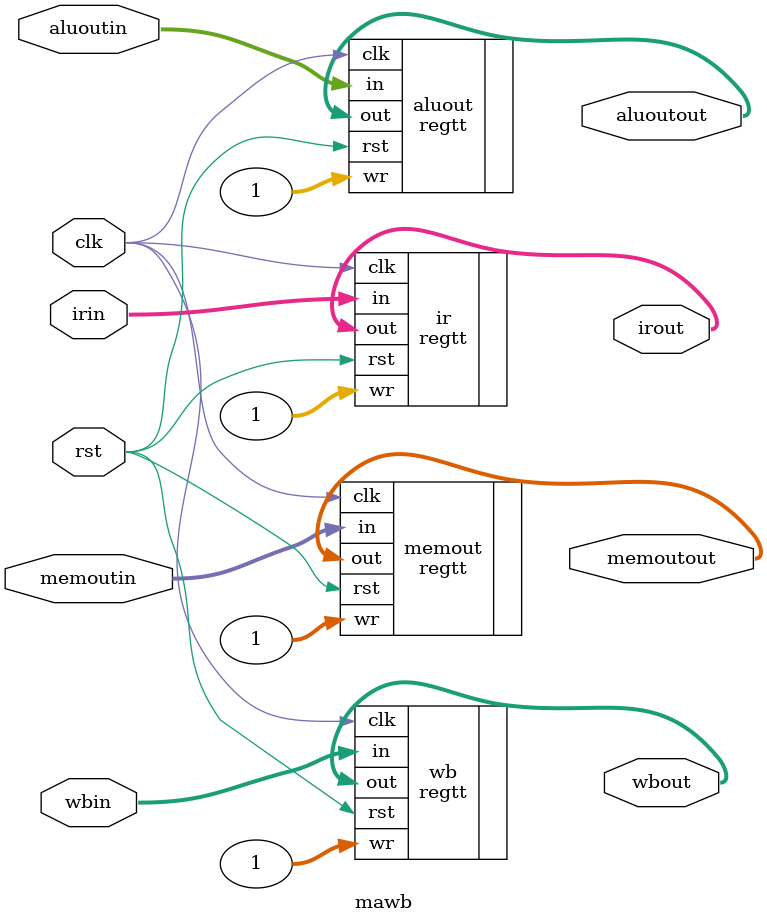
<source format=v>
`timescale 1ns / 1ps

module mawb(
    input rst,
    input clk,   
    input [31:0]wbin,    //´Ó¸ßµ½µÍregdst£¬regwr£¬memtoreg  
    output [31:0]wbout,  
    input [31:0]memoutin,irin,aluoutin,
    output [31:0]memoutout,irout,aluoutout
    );
    regtt
    wb(
        .rst(rst),
        .clk(clk),
        .wr(1),
        .in(wbin),
        .out(wbout)
    );
    regtt #(
        .p(0)
    ) 
    ir(
        .rst(rst),
        .clk(clk),
        .wr(1),
        .in(irin),
        .out(irout)
    );        
    regtt memout(
        .rst(rst),
        .clk(clk),
        .wr(1),
        .in(memoutin),
        .out(memoutout)
    );
    regtt aluout(
        .rst(rst),
        .clk(clk),
        .wr(1),
        .in(aluoutin),
        .out(aluoutout)
    );
endmodule

</source>
